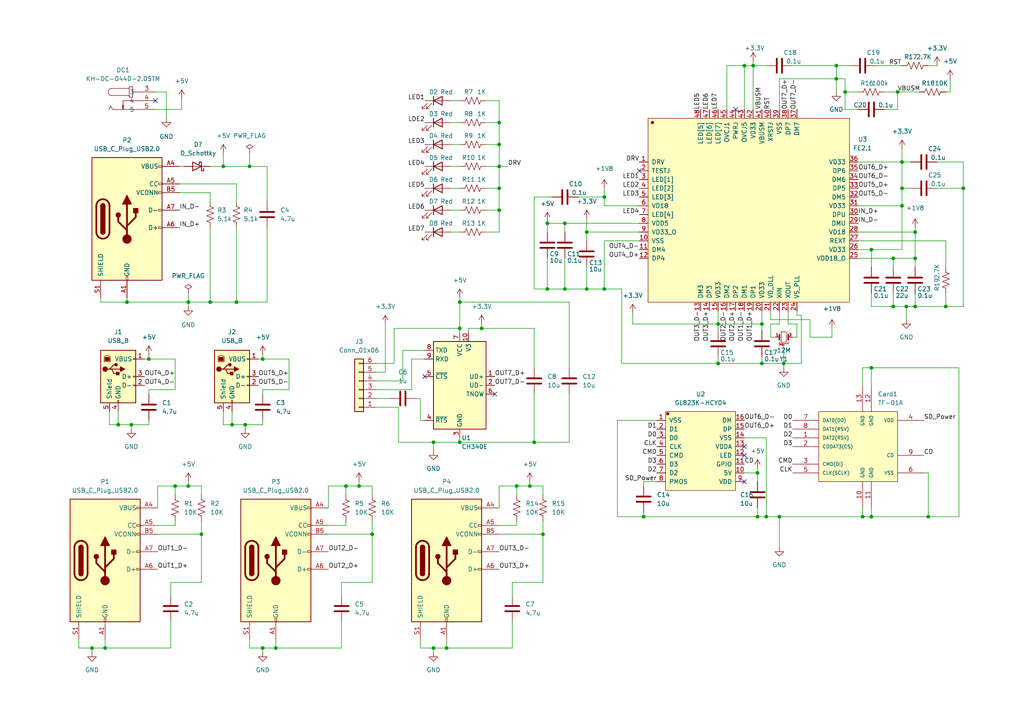
<source format=kicad_sch>
(kicad_sch (version 20211123) (generator eeschema)
  (paper "A4")
  (junction (at 125.73 187.96))
  (junction (at 261.62 46.99))
  (junction (at 175.26 57.15))
  (junction (at 30.48 187.96))
  (junction (at 104.14 140.97))
  (junction (at 265.43 74.93))
  (junction (at 274.32 88.9))
  (junction (at 76.2 104.14))
  (junction (at 100.33 140.97))
  (junction (at 226.06 149.86))
  (junction (at 170.18 83.82))
  (junction (at 252.73 106.68))
  (junction (at 265.43 67.31))
  (junction (at 50.8 140.97))
  (junction (at 259.08 88.9))
  (junction (at 219.71 149.86))
  (junction (at 163.83 64.77))
  (junction (at 133.35 128.27))
  (junction (at 261.62 54.61))
  (junction (at 157.48 154.94))
  (junction (at 60.96 87.63))
  (junction (at 54.61 140.97))
  (junction (at 38.1 123.19))
  (junction (at 153.67 140.97))
  (junction (at 154.94 128.27))
  (junction (at 67.31 123.19))
  (junction (at 26.67 187.96))
  (junction (at 259.08 74.93))
  (junction (at 219.71 137.16))
  (junction (at 252.73 72.39))
  (junction (at 158.75 83.82))
  (junction (at 218.44 19.05))
  (junction (at 34.29 123.19))
  (junction (at 215.9 19.05))
  (junction (at 242.57 22.86))
  (junction (at 279.4 54.61))
  (junction (at 144.78 60.96))
  (junction (at 144.78 35.56))
  (junction (at 58.42 154.94))
  (junction (at 80.01 187.96))
  (junction (at 208.28 105.41))
  (junction (at 262.89 88.9))
  (junction (at 133.35 95.25))
  (junction (at 107.95 154.94))
  (junction (at 72.39 48.26))
  (junction (at 220.98 105.41))
  (junction (at 260.35 26.67))
  (junction (at 144.78 41.91))
  (junction (at 71.12 123.19))
  (junction (at 250.19 149.86))
  (junction (at 43.18 104.14))
  (junction (at 149.86 140.97))
  (junction (at 222.25 149.86))
  (junction (at 227.33 105.41))
  (junction (at 269.24 149.86))
  (junction (at 36.83 87.63))
  (junction (at 261.62 59.69))
  (junction (at 252.73 149.86))
  (junction (at 54.61 87.63))
  (junction (at 186.69 149.86))
  (junction (at 208.28 93.98))
  (junction (at 144.78 54.61))
  (junction (at 76.2 187.96))
  (junction (at 170.18 67.31))
  (junction (at 175.26 83.82))
  (junction (at 245.11 26.67))
  (junction (at 129.54 187.96))
  (junction (at 125.73 128.27))
  (junction (at 68.58 87.63))
  (junction (at 64.77 48.26))
  (junction (at 139.7 95.25))
  (junction (at 144.78 48.26))
  (junction (at 163.83 83.82))
  (junction (at 242.57 19.05))
  (junction (at 133.35 87.63))
  (junction (at 158.75 64.77))
  (junction (at 220.98 93.98))
  (junction (at 265.43 88.9))
  (no_connect (at 215.9 129.54))
  (no_connect (at 123.19 109.22))
  (no_connect (at 143.51 114.3))
  (no_connect (at 215.9 132.08))
  (no_connect (at 185.42 49.53))
  (no_connect (at 45.085 29.21))
  (no_connect (at 215.9 139.7))
  (no_connect (at 213.36 31.75))
  (wire (pts (xy 265.43 66.04) (xy 265.43 67.31)))
  (wire (pts (xy 144.78 41.91) (xy 144.78 48.26)))
  (wire (pts (xy 26.67 189.23) (xy 26.67 187.96)))
  (wire (pts (xy 121.92 121.92) (xy 123.19 121.92)))
  (wire (pts (xy 29.21 87.63) (xy 36.83 87.63)))
  (wire (pts (xy 180.34 105.41) (xy 208.28 105.41)))
  (wire (pts (xy 29.21 86.36) (xy 29.21 87.63)))
  (wire (pts (xy 144.78 48.26) (xy 144.78 54.61)))
  (wire (pts (xy 116.84 101.6) (xy 123.19 101.6)))
  (wire (pts (xy 133.35 95.25) (xy 133.35 96.52)))
  (wire (pts (xy 50.8 152.4) (xy 45.72 152.4)))
  (wire (pts (xy 121.92 185.42) (xy 121.92 187.96)))
  (wire (pts (xy 144.78 60.96) (xy 144.78 67.31)))
  (wire (pts (xy 100.33 152.4) (xy 95.25 152.4)))
  (wire (pts (xy 274.32 85.09) (xy 274.32 88.9)))
  (wire (pts (xy 157.48 168.91) (xy 157.48 154.94)))
  (wire (pts (xy 76.2 102.87) (xy 76.2 104.14)))
  (wire (pts (xy 220.98 93.98) (xy 220.98 95.885)))
  (wire (pts (xy 144.78 154.94) (xy 157.48 154.94)))
  (wire (pts (xy 43.18 113.03) (xy 50.8 113.03)))
  (wire (pts (xy 140.97 41.91) (xy 144.78 41.91)))
  (wire (pts (xy 261.62 72.39) (xy 261.62 59.69)))
  (wire (pts (xy 83.82 104.14) (xy 76.2 104.14)))
  (wire (pts (xy 226.06 93.98) (xy 223.52 93.98)))
  (wire (pts (xy 109.22 115.57) (xy 113.03 115.57)))
  (wire (pts (xy 115.57 118.11) (xy 115.57 128.27)))
  (wire (pts (xy 154.94 83.82) (xy 158.75 83.82)))
  (wire (pts (xy 50.8 104.14) (xy 43.18 104.14)))
  (wire (pts (xy 186.69 149.86) (xy 219.71 149.86)))
  (wire (pts (xy 49.53 168.91) (xy 58.42 168.91)))
  (wire (pts (xy 144.78 54.61) (xy 144.78 60.96)))
  (wire (pts (xy 163.83 83.82) (xy 170.18 83.82)))
  (wire (pts (xy 241.3 97.79) (xy 241.3 95.25)))
  (wire (pts (xy 144.78 29.21) (xy 144.78 35.56)))
  (wire (pts (xy 154.94 128.27) (xy 165.1 128.27)))
  (wire (pts (xy 68.58 53.34) (xy 68.58 58.42)))
  (wire (pts (xy 52.07 48.26) (xy 53.34 48.26)))
  (wire (pts (xy 22.86 187.96) (xy 26.67 187.96)))
  (wire (pts (xy 49.53 172.72) (xy 49.53 168.91)))
  (wire (pts (xy 252.73 72.39) (xy 261.62 72.39)))
  (wire (pts (xy 54.61 85.09) (xy 54.61 87.63)))
  (wire (pts (xy 210.82 19.05) (xy 215.9 19.05)))
  (wire (pts (xy 76.2 189.23) (xy 76.2 187.96)))
  (wire (pts (xy 190.5 139.7) (xy 186.69 139.7)))
  (wire (pts (xy 45.72 140.97) (xy 50.8 140.97)))
  (wire (pts (xy 144.78 48.26) (xy 147.32 48.26)))
  (wire (pts (xy 208.28 93.98) (xy 208.28 95.885)))
  (wire (pts (xy 163.83 67.31) (xy 163.83 64.77)))
  (wire (pts (xy 170.18 67.31) (xy 170.18 69.85)))
  (wire (pts (xy 50.8 113.03) (xy 50.8 104.14)))
  (wire (pts (xy 34.29 123.19) (xy 38.1 123.19)))
  (wire (pts (xy 278.13 106.68) (xy 278.13 149.86)))
  (wire (pts (xy 245.11 31.75) (xy 245.11 26.67)))
  (wire (pts (xy 95.25 140.97) (xy 100.33 140.97)))
  (wire (pts (xy 265.43 77.47) (xy 265.43 74.93)))
  (wire (pts (xy 259.08 85.09) (xy 259.08 88.9)))
  (wire (pts (xy 170.18 77.47) (xy 170.18 83.82)))
  (wire (pts (xy 68.58 66.04) (xy 68.58 87.63)))
  (wire (pts (xy 252.73 88.9) (xy 259.08 88.9)))
  (wire (pts (xy 58.42 154.94) (xy 58.42 151.13)))
  (wire (pts (xy 256.54 31.75) (xy 260.35 31.75)))
  (wire (pts (xy 261.62 54.61) (xy 261.62 59.69)))
  (wire (pts (xy 34.29 119.38) (xy 34.29 123.19)))
  (wire (pts (xy 208.28 103.505) (xy 208.28 105.41)))
  (wire (pts (xy 36.83 86.36) (xy 36.83 87.63)))
  (wire (pts (xy 125.73 128.27) (xy 125.73 130.81)))
  (wire (pts (xy 256.54 26.67) (xy 260.35 26.67)))
  (wire (pts (xy 271.78 46.99) (xy 279.4 46.99)))
  (wire (pts (xy 121.92 187.96) (xy 125.73 187.96)))
  (wire (pts (xy 252.73 85.09) (xy 252.73 88.9)))
  (wire (pts (xy 228.6 90.17) (xy 228.6 93.98)))
  (wire (pts (xy 180.34 83.82) (xy 175.26 83.82)))
  (wire (pts (xy 186.69 148.59) (xy 186.69 149.86)))
  (wire (pts (xy 99.06 168.91) (xy 107.95 168.91)))
  (wire (pts (xy 248.92 74.93) (xy 259.08 74.93)))
  (wire (pts (xy 163.83 74.93) (xy 163.83 83.82)))
  (wire (pts (xy 248.92 69.85) (xy 274.32 69.85)))
  (wire (pts (xy 254 19.05) (xy 261.62 19.05)))
  (wire (pts (xy 149.86 140.97) (xy 153.67 140.97)))
  (wire (pts (xy 115.57 128.27) (xy 125.73 128.27)))
  (wire (pts (xy 275.59 22.86) (xy 275.59 26.67)))
  (wire (pts (xy 259.08 74.93) (xy 259.08 77.47)))
  (wire (pts (xy 72.39 187.96) (xy 76.2 187.96)))
  (wire (pts (xy 125.73 187.96) (xy 129.54 187.96)))
  (wire (pts (xy 179.07 149.86) (xy 179.07 121.92)))
  (wire (pts (xy 76.2 123.19) (xy 71.12 123.19)))
  (wire (pts (xy 45.085 26.67) (xy 48.26 26.67)))
  (wire (pts (xy 185.42 69.85) (xy 175.26 69.85)))
  (wire (pts (xy 226.06 149.86) (xy 226.06 158.75)))
  (wire (pts (xy 223.52 92.71) (xy 234.95 92.71)))
  (wire (pts (xy 157.48 143.51) (xy 157.48 140.97)))
  (wire (pts (xy 60.96 87.63) (xy 68.58 87.63)))
  (wire (pts (xy 140.97 35.56) (xy 144.78 35.56)))
  (wire (pts (xy 265.43 74.93) (xy 265.43 67.31)))
  (wire (pts (xy 248.92 59.69) (xy 261.62 59.69)))
  (wire (pts (xy 250.19 149.86) (xy 226.06 149.86)))
  (wire (pts (xy 262.89 88.9) (xy 262.89 92.71)))
  (wire (pts (xy 111.76 107.95) (xy 109.22 107.95)))
  (wire (pts (xy 130.81 29.21) (xy 133.35 29.21)))
  (wire (pts (xy 245.11 26.67) (xy 245.11 22.86)))
  (wire (pts (xy 158.75 64.77) (xy 158.75 67.31)))
  (wire (pts (xy 234.95 92.71) (xy 234.95 97.79)))
  (wire (pts (xy 72.39 185.42) (xy 72.39 187.96)))
  (wire (pts (xy 109.22 110.49) (xy 116.84 110.49)))
  (wire (pts (xy 52.07 53.34) (xy 68.58 53.34)))
  (wire (pts (xy 269.24 19.05) (xy 271.78 19.05)))
  (wire (pts (xy 149.86 151.13) (xy 149.86 152.4)))
  (wire (pts (xy 210.82 31.75) (xy 210.82 19.05)))
  (wire (pts (xy 248.92 72.39) (xy 252.73 72.39)))
  (wire (pts (xy 30.48 187.96) (xy 30.48 185.42)))
  (wire (pts (xy 64.77 44.45) (xy 64.77 48.26)))
  (wire (pts (xy 43.18 104.14) (xy 41.91 104.14)))
  (wire (pts (xy 158.75 74.93) (xy 158.75 83.82)))
  (wire (pts (xy 231.14 90.17) (xy 231.14 91.44)))
  (wire (pts (xy 99.06 180.34) (xy 99.06 187.96)))
  (wire (pts (xy 71.12 123.19) (xy 71.12 124.46)))
  (wire (pts (xy 77.47 48.26) (xy 77.47 58.42)))
  (wire (pts (xy 148.59 180.34) (xy 148.59 187.96)))
  (wire (pts (xy 158.75 64.135) (xy 158.75 64.77)))
  (wire (pts (xy 220.98 90.17) (xy 220.98 93.98)))
  (wire (pts (xy 250.19 147.32) (xy 250.19 149.86)))
  (wire (pts (xy 148.59 172.72) (xy 148.59 168.91)))
  (wire (pts (xy 60.96 55.88) (xy 60.96 58.42)))
  (wire (pts (xy 154.94 57.15) (xy 154.94 83.82)))
  (wire (pts (xy 165.1 106.68) (xy 165.1 87.63)))
  (wire (pts (xy 175.26 69.85) (xy 175.26 83.82)))
  (wire (pts (xy 119.38 113.03) (xy 119.38 104.14)))
  (wire (pts (xy 219.71 135.89) (xy 219.71 137.16)))
  (wire (pts (xy 175.26 57.15) (xy 175.26 59.69)))
  (wire (pts (xy 252.73 106.68) (xy 278.13 106.68)))
  (wire (pts (xy 245.11 22.86) (xy 242.57 22.86)))
  (wire (pts (xy 125.73 189.23) (xy 125.73 187.96)))
  (wire (pts (xy 274.32 88.9) (xy 279.4 88.9)))
  (wire (pts (xy 49.53 187.96) (xy 30.48 187.96)))
  (wire (pts (xy 185.42 67.31) (xy 170.18 67.31)))
  (wire (pts (xy 130.81 35.56) (xy 133.35 35.56)))
  (wire (pts (xy 154.94 95.25) (xy 154.94 106.68)))
  (wire (pts (xy 269.24 149.86) (xy 252.73 149.86)))
  (wire (pts (xy 58.42 143.51) (xy 58.42 140.97)))
  (wire (pts (xy 100.33 140.97) (xy 100.33 143.51)))
  (wire (pts (xy 218.44 19.05) (xy 218.44 31.75)))
  (wire (pts (xy 260.35 31.75) (xy 260.35 26.67)))
  (wire (pts (xy 130.81 60.96) (xy 133.35 60.96)))
  (wire (pts (xy 129.54 187.96) (xy 129.54 185.42)))
  (wire (pts (xy 52.705 31.75) (xy 45.085 31.75)))
  (wire (pts (xy 261.62 43.18) (xy 261.62 46.99)))
  (wire (pts (xy 265.43 88.9) (xy 262.89 88.9)))
  (wire (pts (xy 179.07 121.92) (xy 190.5 121.92)))
  (wire (pts (xy 154.94 128.27) (xy 154.94 114.3)))
  (wire (pts (xy 107.95 154.94) (xy 107.95 151.13)))
  (wire (pts (xy 153.67 140.97) (xy 153.67 139.7)))
  (wire (pts (xy 133.35 128.27) (xy 154.94 128.27)))
  (wire (pts (xy 157.48 140.97) (xy 153.67 140.97)))
  (wire (pts (xy 43.18 102.87) (xy 43.18 104.14)))
  (wire (pts (xy 261.62 54.61) (xy 264.16 54.61)))
  (wire (pts (xy 252.73 72.39) (xy 252.73 77.47)))
  (wire (pts (xy 54.61 87.63) (xy 54.61 88.9)))
  (wire (pts (xy 76.2 104.14) (xy 74.93 104.14)))
  (wire (pts (xy 135.89 95.25) (xy 135.89 96.52)))
  (wire (pts (xy 218.44 17.78) (xy 218.44 19.05)))
  (wire (pts (xy 252.73 106.68) (xy 252.73 111.76)))
  (wire (pts (xy 72.39 48.26) (xy 77.47 48.26)))
  (wire (pts (xy 231.14 93.98) (xy 231.14 97.79)))
  (wire (pts (xy 43.18 123.19) (xy 38.1 123.19)))
  (wire (pts (xy 76.2 187.96) (xy 80.01 187.96)))
  (wire (pts (xy 234.95 97.79) (xy 241.3 97.79)))
  (wire (pts (xy 219.71 137.16) (xy 219.71 139.7)))
  (wire (pts (xy 83.82 113.03) (xy 83.82 104.14)))
  (wire (pts (xy 259.08 88.9) (xy 262.89 88.9)))
  (wire (pts (xy 231.14 97.79) (xy 229.87 97.79)))
  (wire (pts (xy 179.07 149.86) (xy 186.69 149.86)))
  (wire (pts (xy 160.02 57.15) (xy 154.94 57.15)))
  (wire (pts (xy 99.06 172.72) (xy 99.06 168.91)))
  (wire (pts (xy 140.97 60.96) (xy 144.78 60.96)))
  (wire (pts (xy 72.39 44.45) (xy 72.39 48.26)))
  (wire (pts (xy 175.26 54.61) (xy 175.26 57.15)))
  (wire (pts (xy 186.69 139.7) (xy 186.69 140.97)))
  (wire (pts (xy 223.52 93.98) (xy 223.52 97.79)))
  (wire (pts (xy 229.87 19.05) (xy 242.57 19.05)))
  (wire (pts (xy 183.515 90.805) (xy 183.515 93.98)))
  (wire (pts (xy 77.47 66.04) (xy 77.47 87.63)))
  (wire (pts (xy 163.83 64.77) (xy 158.75 64.77)))
  (wire (pts (xy 250.19 106.68) (xy 252.73 106.68)))
  (wire (pts (xy 139.7 95.25) (xy 154.94 95.25)))
  (wire (pts (xy 68.58 87.63) (xy 77.47 87.63)))
  (wire (pts (xy 133.35 127) (xy 133.35 128.27)))
  (wire (pts (xy 22.86 185.42) (xy 22.86 187.96)))
  (wire (pts (xy 163.83 64.77) (xy 185.42 64.77)))
  (wire (pts (xy 223.52 90.17) (xy 223.52 92.71)))
  (wire (pts (xy 227.33 105.41) (xy 227.33 106.68)))
  (wire (pts (xy 133.35 86.36) (xy 133.35 87.63)))
  (wire (pts (xy 64.77 48.26) (xy 72.39 48.26)))
  (wire (pts (xy 31.75 119.38) (xy 31.75 123.19)))
  (wire (pts (xy 218.44 19.05) (xy 222.25 19.05)))
  (wire (pts (xy 125.73 128.27) (xy 133.35 128.27)))
  (wire (pts (xy 148.59 168.91) (xy 157.48 168.91)))
  (wire (pts (xy 130.81 54.61) (xy 133.35 54.61)))
  (wire (pts (xy 248.92 31.75) (xy 245.11 31.75)))
  (wire (pts (xy 67.31 119.38) (xy 67.31 123.19)))
  (wire (pts (xy 139.7 95.25) (xy 135.89 95.25)))
  (wire (pts (xy 116.84 110.49) (xy 116.84 101.6)))
  (wire (pts (xy 245.11 26.67) (xy 248.92 26.67)))
  (wire (pts (xy 133.35 87.63) (xy 133.35 95.25)))
  (wire (pts (xy 228.6 93.98) (xy 231.14 93.98)))
  (wire (pts (xy 36.83 87.63) (xy 54.61 87.63)))
  (wire (pts (xy 279.4 54.61) (xy 279.4 88.9)))
  (wire (pts (xy 279.4 46.99) (xy 279.4 54.61)))
  (wire (pts (xy 248.92 67.31) (xy 265.43 67.31)))
  (wire (pts (xy 60.96 48.26) (xy 64.77 48.26)))
  (wire (pts (xy 252.73 149.86) (xy 250.19 149.86)))
  (wire (pts (xy 208.28 93.98) (xy 220.98 93.98)))
  (wire (pts (xy 109.22 113.03) (xy 119.38 113.03)))
  (wire (pts (xy 180.34 83.82) (xy 180.34 105.41)))
  (wire (pts (xy 45.72 154.94) (xy 58.42 154.94)))
  (wire (pts (xy 107.95 140.97) (xy 104.14 140.97)))
  (wire (pts (xy 133.35 87.63) (xy 165.1 87.63)))
  (wire (pts (xy 219.71 147.32) (xy 219.71 149.86)))
  (wire (pts (xy 144.78 35.56) (xy 144.78 41.91)))
  (wire (pts (xy 274.32 69.85) (xy 274.32 77.47)))
  (wire (pts (xy 226.06 22.86) (xy 242.57 22.86)))
  (wire (pts (xy 139.7 93.98) (xy 139.7 95.25)))
  (wire (pts (xy 60.96 66.04) (xy 60.96 87.63)))
  (wire (pts (xy 226.06 90.17) (xy 226.06 93.98)))
  (wire (pts (xy 114.3 105.41) (xy 109.22 105.41)))
  (wire (pts (xy 107.95 168.91) (xy 107.95 154.94)))
  (wire (pts (xy 130.81 48.26) (xy 133.35 48.26)))
  (wire (pts (xy 248.92 46.99) (xy 261.62 46.99)))
  (wire (pts (xy 107.95 143.51) (xy 107.95 140.97)))
  (wire (pts (xy 215.9 127) (xy 222.25 127)))
  (wire (pts (xy 130.81 41.91) (xy 133.35 41.91)))
  (wire (pts (xy 250.19 111.76) (xy 250.19 106.68)))
  (wire (pts (xy 130.81 67.31) (xy 133.35 67.31)))
  (wire (pts (xy 215.9 19.05) (xy 218.44 19.05)))
  (wire (pts (xy 220.98 105.41) (xy 227.33 105.41)))
  (wire (pts (xy 261.62 46.99) (xy 264.16 46.99)))
  (wire (pts (xy 278.13 149.86) (xy 269.24 149.86)))
  (wire (pts (xy 99.06 187.96) (xy 80.01 187.96)))
  (wire (pts (xy 261.62 46.99) (xy 261.62 54.61)))
  (wire (pts (xy 64.77 119.38) (xy 64.77 123.19)))
  (wire (pts (xy 222.25 127) (xy 222.25 149.86)))
  (wire (pts (xy 50.8 140.97) (xy 54.61 140.97)))
  (wire (pts (xy 121.92 115.57) (xy 121.92 121.92)))
  (wire (pts (xy 43.18 121.92) (xy 43.18 123.19)))
  (wire (pts (xy 158.75 83.82) (xy 163.83 83.82)))
  (wire (pts (xy 114.3 95.25) (xy 114.3 105.41)))
  (wire (pts (xy 170.18 83.82) (xy 175.26 83.82)))
  (wire (pts (xy 165.1 114.3) (xy 165.1 128.27)))
  (wire (pts (xy 232.41 91.44) (xy 232.41 105.41)))
  (wire (pts (xy 95.25 147.32) (xy 95.25 140.97)))
  (wire (pts (xy 144.78 67.31) (xy 140.97 67.31)))
  (wire (pts (xy 208.28 105.41) (xy 220.98 105.41)))
  (wire (pts (xy 208.28 90.17) (xy 208.28 93.98)))
  (wire (pts (xy 111.76 93.98) (xy 111.76 107.95)))
  (wire (pts (xy 48.26 26.67) (xy 48.26 34.29)))
  (wire (pts (xy 45.72 147.32) (xy 45.72 140.97)))
  (wire (pts (xy 104.14 140.97) (xy 104.14 139.7)))
  (wire (pts (xy 54.61 87.63) (xy 60.96 87.63)))
  (wire (pts (xy 133.35 95.25) (xy 114.3 95.25)))
  (wire (pts (xy 95.25 154.94) (xy 107.95 154.94)))
  (wire (pts (xy 58.42 140.97) (xy 54.61 140.97)))
  (wire (pts (xy 58.42 168.91) (xy 58.42 154.94)))
  (wire (pts (xy 223.52 97.79) (xy 224.79 97.79)))
  (wire (pts (xy 109.22 118.11) (xy 115.57 118.11)))
  (wire (pts (xy 208.28 93.98) (xy 183.515 93.98)))
  (wire (pts (xy 76.2 114.3) (xy 76.2 113.03)))
  (wire (pts (xy 222.25 149.86) (xy 226.06 149.86)))
  (wire (pts (xy 227.33 100.33) (xy 227.33 105.41)))
  (wire (pts (xy 275.59 26.67) (xy 274.32 26.67)))
  (wire (pts (xy 170.18 63.5) (xy 170.18 67.31)))
  (wire (pts (xy 140.97 54.61) (xy 144.78 54.61)))
  (wire (pts (xy 80.01 187.96) (xy 80.01 185.42)))
  (wire (pts (xy 260.35 26.67) (xy 266.7 26.67)))
  (wire (pts (xy 144.78 140.97) (xy 149.86 140.97)))
  (wire (pts (xy 50.8 151.13) (xy 50.8 152.4)))
  (wire (pts (xy 271.78 54.61) (xy 279.4 54.61)))
  (wire (pts (xy 76.2 121.92) (xy 76.2 123.19)))
  (wire (pts (xy 252.73 147.32) (xy 252.73 149.86)))
  (wire (pts (xy 220.98 103.505) (xy 220.98 105.41)))
  (wire (pts (xy 50.8 140.97) (xy 50.8 143.51)))
  (wire (pts (xy 215.9 31.75) (xy 215.9 19.05)))
  (wire (pts (xy 120.65 115.57) (xy 121.92 115.57)))
  (wire (pts (xy 265.43 88.9) (xy 274.32 88.9)))
  (wire (pts (xy 144.78 147.32) (xy 144.78 140.97)))
  (wire (pts (xy 31.75 123.19) (xy 34.29 123.19)))
  (wire (pts (xy 148.59 187.96) (xy 129.54 187.96)))
  (wire (pts (xy 242.57 22.86) (xy 242.57 26.67)))
  (wire (pts (xy 149.86 152.4) (xy 144.78 152.4)))
  (wire (pts (xy 54.61 140.97) (xy 54.61 139.7)))
  (wire (pts (xy 52.07 55.88) (xy 60.96 55.88)))
  (wire (pts (xy 215.9 137.16) (xy 219.71 137.16)))
  (wire (pts (xy 242.57 19.05) (xy 242.57 22.86)))
  (wire (pts (xy 175.26 59.69) (xy 185.42 59.69)))
  (wire (pts (xy 265.43 85.09) (xy 265.43 88.9)))
  (wire (pts (xy 26.67 187.96) (xy 30.48 187.96)))
  (wire (pts (xy 231.14 91.44) (xy 232.41 91.44)))
  (wire (pts (xy 49.53 180.34) (xy 49.53 187.96)))
  (wire (pts (xy 232.41 105.41) (xy 227.33 105.41)))
  (wire (pts (xy 149.86 140.97) (xy 149.86 143.51)))
  (wire (pts (xy 67.31 123.19) (xy 71.12 123.19)))
  (wire (pts (xy 259.08 74.93) (xy 265.43 74.93)))
  (wire (pts (xy 38.1 123.19) (xy 38.1 124.46)))
  (wire (pts (xy 76.2 113.03) (xy 83.82 113.03)))
  (wire (pts (xy 140.97 29.21) (xy 144.78 29.21)))
  (wire (pts (xy 226.06 22.86) (xy 226.06 31.75)))
  (wire (pts (xy 140.97 48.26) (xy 144.78 48.26)))
  (wire (pts (xy 43.18 114.3) (xy 43.18 113.03)))
  (wire (pts (xy 219.71 149.86) (xy 222.25 149.86)))
  (wire (pts (xy 100.33 151.13) (xy 100.33 152.4)))
  (wire (pts (xy 119.38 104.14) (xy 123.19 104.14)))
  (wire (pts (xy 269.24 137.16) (xy 269.24 149.86)))
  (wire (pts (xy 242.57 19.05) (xy 246.38 19.05)))
  (wire (pts (xy 167.64 57.15) (xy 175.26 57.15)))
  (wire (pts (xy 100.33 140.97) (xy 104.14 140.97)))
  (wire (pts (xy 157.48 154.94) (xy 157.48 151.13)))
  (wire (pts (xy 52.705 28.575) (xy 52.705 31.75)))
  (wire (pts (xy 267.97 137.16) (xy 269.24 137.16)))
  (wire (pts (xy 64.77 123.19) (xy 67.31 123.19)))
  (label "OUT3_D-" (at 203.2 90.17 270))
  (label "OUT6_D-" (at 215.9 121.92 0))
  (label "CD" (at 267.97 132.08 0))
  (label "LED3" (at 185.42 57.15 180))
  (label "OUT4_D-" (at 185.42 72.39 180))
  (label "OUT1_D-" (at 215.9 90.17 270))
  (label "OUT6_D+" (at 215.9 124.46 0))
  (label "OUT3_D+" (at 205.74 90.17 270))
  (label "LED4" (at 185.42 62.23 180))
  (label "D1" (at 190.5 124.46 180))
  (label "OUT4_D+" (at 41.91 109.22 0))
  (label "LED7" (at 123.19 67.31 180))
  (label "DRV" (at 185.42 46.99 180))
  (label "CD" (at 215.9 134.62 0))
  (label "OUT4_D+" (at 185.42 74.93 180))
  (label "OUT7_D-" (at 231.14 31.75 90))
  (label "LED1" (at 123.19 29.21 180))
  (label "LED1" (at 185.42 52.07 180))
  (label "CMD" (at 229.87 134.62 180))
  (label "OUT1_D+" (at 45.72 165.1 0))
  (label "OUT2_D+" (at 213.36 90.17 270))
  (label "OUT5_D-" (at 74.93 111.76 0))
  (label "OUT6_D+" (at 248.92 49.53 0))
  (label "LED5" (at 123.19 54.61 180))
  (label "LED5" (at 203.2 31.75 90))
  (label "OUT1_D+" (at 218.44 90.17 270))
  (label "OUT7_D+" (at 228.6 31.75 90))
  (label "D3" (at 229.87 129.54 180))
  (label "IN_D-" (at 52.07 60.96 0))
  (label "IN_D-" (at 248.92 64.77 0))
  (label "LED6" (at 205.74 31.75 90))
  (label "OUT6_D-" (at 248.92 52.07 0))
  (label "IN_D+" (at 52.07 66.04 0))
  (label "OUT2_D+" (at 95.25 165.1 0))
  (label "DRV" (at 147.32 48.26 0))
  (label "IN_D+" (at 248.92 62.23 0))
  (label "CLK" (at 229.87 137.16 180))
  (label "D0" (at 190.5 127 180))
  (label "OUT5_D+" (at 74.93 109.22 0))
  (label "LED3" (at 123.19 41.91 180))
  (label "D2" (at 190.5 137.16 180))
  (label "CMD" (at 190.5 132.08 180))
  (label "LED2" (at 185.42 54.61 180))
  (label "OUT2_D-" (at 210.82 90.17 270))
  (label "LED7" (at 208.28 31.75 90))
  (label "D3" (at 190.5 134.62 180))
  (label "OUT5_D+" (at 248.92 54.61 0))
  (label "RST" (at 223.52 31.75 90))
  (label "OUT4_D-" (at 41.91 111.76 0))
  (label "LDE2" (at 123.19 35.56 180))
  (label "OUT3_D+" (at 144.78 165.1 0))
  (label "LED6" (at 123.19 60.96 180))
  (label "RST" (at 257.81 19.05 0))
  (label "OUT3_D-" (at 144.78 160.02 0))
  (label "OUT5_D-" (at 248.92 57.15 0))
  (label "OUT7_D+" (at 143.51 109.22 0))
  (label "SD_Power" (at 190.5 139.7 180))
  (label "OUT2_D-" (at 95.25 160.02 0))
  (label "D1" (at 229.87 124.46 180))
  (label "D0" (at 229.87 121.92 180))
  (label "LED4" (at 123.19 48.26 180))
  (label "D2" (at 229.87 127 180))
  (label "SD_Power" (at 267.97 121.92 0))
  (label "OUT1_D-" (at 45.72 160.02 0))
  (label "OUT7_D-" (at 143.51 111.76 0))
  (label "CLK" (at 190.5 129.54 180))
  (label "VBUSM" (at 220.98 31.75 90))
  (label "VBUSM" (at 260.35 26.67 0))
  (symbol (lib_id "1CommonUse:C0805") (at 259.08 81.28 0) (unit 1)
    (property "Reference" "C22" (at 259.715 83.82 0) (effects (justify left)))
    (property "Value" "22u" (at 259.715 85.725 0) (effects (justify left)))
    (property "Footprint" "Capacitor_SMD:C_0805_2012Metric" (effects hide))
  )
  (symbol (lib_id "1CommonUse:C0805") (at 163.83 57.15 90) (unit 1)
    (property "Reference" "C10" (at 168.91 53.34 90) (effects (justify left)))
    (property "Value" "0.1u" (at 170.18 55.88 90) (effects (justify left)))
    (property "Footprint" "Capacitor_SMD:C_0805_2012Metric" (effects hide))
  )
  (symbol (lib_id "1CommonUse:LED0805") (at 127 67.31 0) (unit 1)
    (property "Reference" "D8" (at 125.73 64.77 0))
    (property "Value" "Red" (at 129.54 64.77 0))
    (property "Footprint" "LED_SMD:LED_0805_2012Metric" (effects hide))
  )
  (symbol (lib_id "power:GND") (at 125.73 189.23 0) (unit 1)
    (property "Reference" "#PWR015" (effects hide))
    (property "Value" "GND" (at 125.73 194.31 0))
  )
  (symbol (lib_id "power:+5V") (at 275.59 22.86 0) (unit 1)
    (property "Reference" "#PWR033" (effects hide))
    (property "Value" "+5V" (at 275.59 17.78 0))
  )
  (symbol (lib_id "power:GND") (at 76.2 189.23 0) (unit 1)
    (property "Reference" "#PWR011" (effects hide))
    (property "Value" "GND" (at 76.2 194.31 0))
  )
  (symbol (lib_id "1CommonUse:R0805") (at 137.16 60.96 270) (unit 1)
    (property "Reference" "R12" (at 135.89 58.42 90))
    (property "Value" "1K" (at 139.7 58.42 90))
    (property "Footprint" "Resistor_SMD:R_0805_2012Metric" (effects hide))
  )
  (symbol (lib_id "power:+3.3V") (at 261.62 43.18 0) (unit 1)
    (property "Reference" "#PWR029" (effects hide))
    (property "Value" "+3.3V" (at 261.62 38.1 0))
  )
  (symbol (lib_id "1CommonUse:C0805") (at 148.59 176.53 0) (unit 1)
    (property "Reference" "C7" (at 152.4 175.2599 0) (effects (justify left)))
    (property "Value" "4.7u" (at 152.4 177.7999 0) (effects (justify left)))
    (property "Footprint" "Capacitor_SMD:C_0805_2012Metric" (effects hide))
  )
  (symbol (lib_id "1CommonUse:LED0805") (at 127 29.21 0) (unit 1)
    (property "Reference" "D2" (at 125.73 26.67 0))
    (property "Value" "Red" (at 129.54 26.67 0))
    (property "Footprint" "LED_SMD:LED_0805_2012Metric" (effects hide))
  )
  (symbol (lib_id "power:+5V") (at 153.67 139.7 0) (unit 1)
    (property "Reference" "#PWR018" (effects hide))
    (property "Value" "+5V" (at 153.67 134.62 0))
  )
  (symbol (lib_id "power:GND") (at 38.1 124.46 0) (unit 1)
    (property "Reference" "#PWR02" (effects hide))
    (property "Value" "GND" (at 38.1 129.54 0))
  )
  (symbol (lib_id "power:+5V") (at 64.77 44.45 0) (unit 1)
    (property "Reference" "#PWR08" (effects hide))
    (property "Value" "+5V" (at 64.77 39.37 0))
  )
  (symbol (lib_id "Device:D_Schottky") (at 57.15 48.26 180) (unit 1)
    (property "Reference" "D?" (at 57.4675 41.91 0))
    (property "Value" "D_Schottky" (at 57.4675 44.45 0))
    (property "Footprint" "Diode_SMD:D_SMA" (effects hide))
  )
  (symbol (lib_id "1CommonUse:C0805") (at 252.73 81.28 0) (unit 1)
    (property "Reference" "C21" (at 253.365 83.82 0) (effects (justify left)))
    (property "Value" "0.1u" (at 253.365 85.725 0) (effects (justify left)))
    (property "Footprint" "Capacitor_SMD:C_0805_2012Metric" (effects hide))
  )
  (symbol (lib_id "FE2.1:FE2.1") (at 218.44 59.69 0) (unit 1)
    (property "Reference" "U3" (at 250.19 40.4112 0))
    (property "Value" "FE2.1" (at 250.19 42.9512 0))
    (property "Footprint" "Package_QFP:LQFP-48_7x7mm_P0.5mm" (effects hide))
    (property "Datasheet" "http://www.szlcsc.com/product/details_40676.html" (effects hide))
    (property "SuppliersPartNumber" "C39693" (effects hide))
    (property "uuid" "std:5b443e5400068569cc498133079dceab" (effects hide))
  )
  (symbol (lib_id "1CommonUse:C0805") (at 265.43 81.28 0) (unit 1)
    (property "Reference" "C23" (at 266.065 83.82 0) (effects (justify left)))
    (property "Value" "0.1u" (at 266.065 85.725 0) (effects (justify left)))
    (property "Footprint" "Capacitor_SMD:C_0805_2012Metric" (effects hide))
  )
  (symbol (lib_id "1CommonUse:LED0805") (at 127 60.96 0) (unit 1)
    (property "Reference" "D7" (at 125.73 58.42 0))
    (property "Value" "Red" (at 129.54 58.42 0))
    (property "Footprint" "LED_SMD:LED_0805_2012Metric" (effects hide))
  )
  (symbol (lib_id "1CommonUse:C0805") (at 99.06 176.53 0) (unit 1)
    (property "Reference" "C5" (at 102.87 175.2599 0) (effects (justify left)))
    (property "Value" "4.7u" (at 102.87 177.7999 0) (effects (justify left)))
    (property "Footprint" "Capacitor_SMD:C_0805_2012Metric" (effects hide))
  )
  (symbol (lib_id "Interface_USB:CH340E") (at 133.35 111.76 0) (mirror y) (unit 1)
    (property "Reference" "U1" (at 133.8706 127 0) (effects (justify right)))
    (property "Value" "CH340E" (at 133.8706 129.54 0) (effects (justify right)))
    (property "Footprint" "Package_SO:MSOP-10_3x3mm_P0.5mm" (effects hide))
    (property "Datasheet" "https://www.mpja.com/download/35227cpdata.pdf" (effects hide))
  )
  (symbol (lib_id "1CommonUse:R0805") (at 68.58 62.23 0) (unit 1)
    (property "Reference" "R4" (at 70.612 60.9599 0) (effects (justify left)))
    (property "Value" "5.1k" (at 70.612 63.4999 0) (effects (justify left)))
    (property "Footprint" "Resistor_SMD:R_0805_2012Metric" (effects hide))
  )
  (symbol (lib_id "DC 5.5mm 2.5mm:KH-DC-044D-2.0STM") (at 37.465 29.21 0) (unit 1)
    (property "Reference" "DC1" (at 35.687 20.32 0))
    (property "Value" "KH-DC-044D-2.0STM" (at 35.687 22.86 0))
    (property "Footprint" "Footprint:DC-IN-TH_KH-DC-044D-2.0STM" (effects hide))
    (property "SuppliersPartNumber" "C2847199" (effects hide))
    (property "uuid" "std:1fffb8322a8c409c87c147f92cf62b21" (effects hide))
  )
  (symbol (lib_id "Connector_Generic:Conn_01x06") (at 104.14 113.03 180) (unit 1)
    (property "Reference" "J3" (at 104.14 99.06 0))
    (property "Value" "Conn_01x06" (at 104.14 101.6 0))
  )
  (symbol (lib_id "1CommonUse:C0805") (at 186.69 144.78 0) (unit 1)
    (property "Reference" "C14" (at 190.5 143.5099 0) (effects (justify left)))
    (property "Value" "10u" (at 190.5 146.0499 0) (effects (justify left)))
    (property "Footprint" "Capacitor_SMD:C_0805_2012Metric" (effects hide))
  )
  (symbol (lib_id "power:GND") (at 262.89 92.71 0) (unit 1)
    (property "Reference" "#PWR030" (effects hide))
    (property "Value" "GND" (at 262.89 97.79 0))
  )
  (symbol (lib_id "SDCard:TF-01A") (at 248.92 129.54 0) (unit 1)
    (property "Reference" "Card1" (at 254.5957 114.3 0) (effects (justify left)))
    (property "Value" "TF-01A" (at 254.5957 116.84 0) (effects (justify left)))
    (property "Footprint" "Footprint:TF-SMD_TF-01A" (effects hide))
    (property "Datasheet" "http://www.szlcsc.com/product/details_92334.html" (effects hide))
    (property "SuppliersPartNumber" "C91145" (effects hide))
  )
  (symbol (lib_id "1CommonUse:R0805") (at 270.51 26.67 270) (unit 1)
    (property "Reference" "R18" (at 269.24 24.13 90))
    (property "Value" "10K" (at 273.05 24.13 90))
    (property "Footprint" "Resistor_SMD:R_0805_2012Metric" (effects hide))
  )
  (symbol (lib_id "power:+5V") (at 76.2 102.87 0) (unit 1)
    (property "Reference" "#PWR010" (effects hide))
    (property "Value" "+5V" (at 76.2 97.79 0))
  )
  (symbol (lib_id "1CommonUse:R0805") (at 107.95 147.32 0) (unit 1)
    (property "Reference" "R6" (at 110.49 146.0499 0) (effects (justify left)))
    (property "Value" "10K" (at 110.49 148.5899 0) (effects (justify left)))
    (property "Footprint" "Resistor_SMD:R_0805_2012Metric" (effects hide))
  )
  (symbol (lib_id "1CommonUse:LED0805") (at 127 54.61 0) (unit 1)
    (property "Reference" "D6" (at 125.73 52.07 0))
    (property "Value" "Red" (at 129.54 52.07 0))
    (property "Footprint" "LED_SMD:LED_0805_2012Metric" (effects hide))
  )
  (symbol (lib_id "power:+3.3V") (at 139.7 93.98 0) (unit 1)
    (property "Reference" "#PWR017" (effects hide))
    (property "Value" "+3.3V" (at 139.7 88.9 0))
  )
  (symbol (lib_id "power:+3.3V") (at 218.44 17.78 0) (unit 1)
    (property "Reference" "#PWR023" (effects hide))
    (property "Value" "+3.3V" (at 215.9 13.97 0) (effects (justify left)))
  )
  (symbol (lib_id "1CommonUse:LED0805") (at 127 41.91 0) (unit 1)
    (property "Reference" "D4" (at 125.73 39.37 0))
    (property "Value" "Red" (at 129.54 39.37 0))
    (property "Footprint" "LED_SMD:LED_0805_2012Metric" (effects hide))
  )
  (symbol (lib_id "1CommonUse:C0805") (at 250.19 19.05 90) (unit 1)
    (property "Reference" "C19" (at 255.27 15.24 90) (effects (justify left)))
    (property "Value" "0.1u" (at 256.54 17.78 90) (effects (justify left)))
    (property "Footprint" "Capacitor_SMD:C_0805_2012Metric" (effects hide))
  )
  (symbol (lib_id "1CommonUse:C0805") (at 267.97 54.61 90) (unit 1)
    (property "Reference" "C25" (at 273.05 50.8 90) (effects (justify left)))
    (property "Value" "0.1u" (at 274.32 53.34 90) (effects (justify left)))
    (property "Footprint" "Capacitor_SMD:C_0805_2012Metric" (effects hide))
  )
  (symbol (lib_id "1CommonUse:C0805") (at 116.84 115.57 270) (unit 1)
    (property "Reference" "C6" (at 116.84 107.95 90))
    (property "Value" "1u" (at 116.84 110.49 90))
    (property "Footprint" "Capacitor_SMD:C_0805_2012Metric" (effects hide))
  )
  (symbol (lib_id "1CommonUse:C0805") (at 208.28 99.695 0) (unit 1)
    (property "Reference" "C15" (at 208.915 102.235 0) (effects (justify left)))
    (property "Value" "0.1u" (at 208.915 104.14 0) (effects (justify left)))
    (property "Footprint" "Capacitor_SMD:C_0805_2012Metric" (effects hide))
  )
  (symbol (lib_id "1CommonUse:C0805") (at 77.47 62.23 0) (mirror y) (unit 1)
    (property "Reference" "C4" (at 81.28 60.9599 0) (effects (justify right)))
    (property "Value" "4.7u" (at 81.28 63.4999 0) (effects (justify right)))
    (property "Footprint" "Capacitor_SMD:C_0805_2012Metric" (effects hide))
  )
  (symbol (lib_id "1CommonUse:R0805") (at 58.42 147.32 0) (unit 1)
    (property "Reference" "R2" (at 60.96 146.0499 0) (effects (justify left)))
    (property "Value" "10K" (at 60.96 148.5899 0) (effects (justify left)))
    (property "Footprint" "Resistor_SMD:R_0805_2012Metric" (effects hide))
  )
  (symbol (lib_id "1CommonUse:R0805") (at 137.16 48.26 270) (unit 1)
    (property "Reference" "R10" (at 135.89 45.72 90))
    (property "Value" "1K" (at 139.7 45.72 90))
    (property "Footprint" "Resistor_SMD:R_0805_2012Metric" (effects hide))
  )
  (symbol (lib_id "power:GND") (at 26.67 189.23 0) (unit 1)
    (property "Reference" "#PWR01" (effects hide))
    (property "Value" "GND" (at 26.67 194.31 0))
  )
  (symbol (lib_id "1CommonUse:R0805") (at 60.96 62.23 0) (unit 1)
    (property "Reference" "R3" (at 62.992 60.9599 0) (effects (justify left)))
    (property "Value" "5.1k" (at 62.992 63.4999 0) (effects (justify left)))
    (property "Footprint" "Resistor_SMD:R_0805_2012Metric" (effects hide))
  )
  (symbol (lib_id "power:GND") (at 71.12 124.46 0) (unit 1)
    (property "Reference" "#PWR09" (effects hide))
    (property "Value" "GND" (at 71.12 129.54 0))
  )
  (symbol (lib_id "power:+3.3V") (at 271.78 19.05 0) (unit 1)
    (property "Reference" "#PWR032" (effects hide))
    (property "Value" "+3.3V" (at 271.78 13.97 0))
  )
  (symbol (lib_id "power:+3.3V") (at 111.76 93.98 0) (unit 1)
    (property "Reference" "#PWR013" (effects hide))
    (property "Value" "+3.3V" (at 111.76 88.9 0))
  )
  (symbol (lib_id "1CommonUse:R0805") (at 137.16 67.31 270) (unit 1)
    (property "Reference" "R13" (at 135.89 64.77 90))
    (property "Value" "1K" (at 139.7 64.77 90))
    (property "Footprint" "Resistor_SMD:R_0805_2012Metric" (effects hide))
  )
  (symbol (lib_id "power:GND") (at 242.57 26.67 0) (unit 1)
    (property "Reference" "#PWR028" (effects hide))
    (property "Value" "GND" (at 242.57 31.75 0))
  )
  (symbol (lib_id "power:+5V") (at 43.18 102.87 0) (unit 1)
    (property "Reference" "#PWR03" (effects hide))
    (property "Value" "+5V" (at 43.18 97.79 0))
  )
  (symbol (lib_id "1CommonUse:C0805") (at 43.18 118.11 0) (unit 1)
    (property "Reference" "C1" (at 46.99 116.8399 0) (effects (justify left)))
    (property "Value" "4.7u" (at 46.99 119.3799 0) (effects (justify left)))
    (property "Footprint" "Capacitor_SMD:C_0805_2012Metric" (effects hide))
  )
  (symbol (lib_id "power:+5V") (at 219.71 135.89 0) (unit 1)
    (property "Reference" "#PWR024" (effects hide))
    (property "Value" "+5V" (at 219.71 130.81 0))
  )
  (symbol (lib_id "1CommonUse:R0805") (at 157.48 147.32 0) (unit 1)
    (property "Reference" "R15" (at 160.02 146.0499 0) (effects (justify left)))
    (property "Value" "10K" (at 160.02 148.5899 0) (effects (justify left)))
    (property "Footprint" "Resistor_SMD:R_0805_2012Metric" (effects hide))
  )
  (symbol (lib_id "power:+1V8") (at 175.26 54.61 0) (unit 1)
    (property "Reference" "#PWR021" (effects hide))
    (property "Value" "+1V8" (at 175.26 48.895 0))
  )
  (symbol (lib_id "Connector:USB_C_Plug_USB2.0") (at 80.01 162.56 0) (unit 1)
    (property "Reference" "P3" (at 80.01 139.7 0))
    (property "Value" "USB_C_Plug_USB2.0" (at 80.01 142.24 0))
    (property "Footprint" "Footprint:USB-C-SMD_TYPEC-303-ACP16" (effects hide))
    (property "Datasheet" "https://www.usb.org/sites/default/files/documents/usb_type-c.zip" (effects hide))
  )
  (symbol (lib_id "1CommonUse:C0805") (at 165.1 110.49 0) (unit 1)
    (property "Reference" "C12" (at 168.91 109.2199 0) (effects (justify left)))
    (property "Value" "10u" (at 168.91 111.7599 0) (effects (justify left)))
    (property "Footprint" "Capacitor_SMD:C_0805_2012Metric" (effects hide))
  )
  (symbol (lib_id "1CommonUse:C0805") (at 170.18 73.66 0) (unit 1)
    (property "Reference" "C13" (at 170.815 76.2 0) (effects (justify left)))
    (property "Value" "10u" (at 170.815 78.105 0) (effects (justify left)))
    (property "Footprint" "Capacitor_SMD:C_0805_2012Metric" (effects hide))
  )
  (symbol (lib_id "power:PWR_FLAG") (at 54.61 85.09 0) (unit 1)
    (property "Reference" "#FLG01" (effects hide))
    (property "Value" "PWR_FLAG" (at 54.61 80.01 0))
  )
  (symbol (lib_id "Device:Crystal_GND2_Small") (at 227.33 97.79 0) (unit 1)
    (property "Reference" "Y1" (at 227.33 104.14 0))
    (property "Value" "12M" (at 227.33 101.6 0))
    (property "Footprint" "Crystal:Resonator_SMD_Murata_CSTxExxV-3Pin_3.0x1.1mm" (effects hide))
  )
  (symbol (lib_id "1CommonUse:C0805") (at 267.97 46.99 90) (unit 1)
    (property "Reference" "C24" (at 273.05 43.18 90) (effects (justify left)))
    (property "Value" "0.1u" (at 274.32 45.72 90) (effects (justify left)))
    (property "Footprint" "Capacitor_SMD:C_0805_2012Metric" (effects hide))
  )
  (symbol (lib_id "power:GND") (at 125.73 130.81 0) (unit 1)
    (property "Reference" "#PWR014" (effects hide))
    (property "Value" "GND" (at 125.73 135.89 0))
  )
  (symbol (lib_id "power:+1V8") (at 241.3 95.25 0) (unit 1)
    (property "Reference" "#PWR027" (effects hide))
    (property "Value" "+1V8" (at 241.3 89.535 0))
  )
  (symbol (lib_id "1CommonUse:C0805") (at 163.83 71.12 0) (unit 1)
    (property "Reference" "C11" (at 164.465 73.66 0) (effects (justify left)))
    (property "Value" "0.1u" (at 164.465 75.565 0) (effects (justify left)))
    (property "Footprint" "Capacitor_SMD:C_0805_2012Metric" (effects hide))
  )
  (symbol (lib_id "1CommonUse:R0805") (at 149.86 147.32 0) (unit 1)
    (property "Reference" "R14" (at 152.4 146.0499 0) (effects (justify left)))
    (property "Value" "10K" (at 152.4 148.5899 0) (effects (justify left)))
    (property "Footprint" "Resistor_SMD:R_0805_2012Metric" (effects hide))
  )
  (symbol (lib_id "power:+3.3V") (at 170.18 63.5 0) (unit 1)
    (property "Reference" "#PWR020" (effects hide))
    (property "Value" "+3.3V" (at 170.18 58.42 0))
  )
  (symbol (lib_id "power:PWR_FLAG") (at 72.39 44.45 0) (unit 1)
    (property "Reference" "#FLG02" (effects hide))
    (property "Value" "PWR_FLAG" (at 72.39 39.37 0))
  )
  (symbol (lib_id "1CommonUse:R0805") (at 137.16 29.21 270) (unit 1)
    (property "Reference" "R7" (at 135.89 26.67 90))
    (property "Value" "1K" (at 139.7 26.67 90))
    (property "Footprint" "Resistor_SMD:R_0805_2012Metric" (effects hide))
  )
  (symbol (lib_id "GL823K:GL823K-HCY04") (at 203.2 130.81 0) (unit 1)
    (property "Reference" "U2" (at 203.2 114.3 0))
    (property "Value" "GL823K-HCY04" (at 203.2 116.84 0))
    (property "Footprint" "Package_SO:SSOP-16_3.9x4.9mm_P0.635mm" (effects hide))
    (property "Datasheet" "http://www.szlcsc.com/product/details_270382.html" (effects hide))
    (property "SuppliersPartNumber" "C284879" (effects hide))
    (property "uuid" "std:301c76a9e79f436c85751d80deff47be" (effects hide))
  )
  (symbol (lib_id "1CommonUse:R0805") (at 265.43 19.05 270) (unit 1)
    (property "Reference" "R17" (at 264.16 16.51 90))
    (property "Value" "2.7K" (at 267.97 16.51 90))
    (property "Footprint" "Resistor_SMD:R_0805_2012Metric" (effects hide))
  )
  (symbol (lib_id "1CommonUse:R0805") (at 137.16 41.91 270) (unit 1)
    (property "Reference" "R9" (at 135.89 39.37 90))
    (property "Value" "1K" (at 139.7 39.37 90))
    (property "Footprint" "Resistor_SMD:R_0805_2012Metric" (effects hide))
  )
  (symbol (lib_id "Connector:USB_C_Plug_USB2.0") (at 36.83 63.5 0) (unit 1)
    (property "Reference" "P2" (at 36.83 40.64 0))
    (property "Value" "USB_C_Plug_USB2.0" (at 36.83 43.18 0))
    (property "Footprint" "Connector_USB:USB_C_Receptacle_HRO_TYPE-C-31-M-12" (effects hide))
    (property "Datasheet" "https://www.usb.org/sites/default/files/documents/usb_type-c.zip" (effects hide))
  )
  (symbol (lib_id "1CommonUse:C0805") (at 252.73 31.75 90) (unit 1)
    (property "Reference" "C20" (at 251.46 30.48 90) (effects (justify left)))
    (property "Value" "0.1u" (at 259.08 30.48 90) (effects (justify left)))
    (property "Footprint" "Capacitor_SMD:C_0805_2012Metric" (effects hide))
  )
  (symbol (lib_id "Connector:USB_C_Plug_USB2.0") (at 129.54 162.56 0) (unit 1)
    (property "Reference" "P4" (at 129.54 139.7 0))
    (property "Value" "USB_C_Plug_USB2.0" (at 129.54 142.24 0))
    (property "Footprint" "Footprint:USB-C-SMD_TYPEC-303-ACP16" (effects hide))
    (property "Datasheet" "https://www.usb.org/sites/default/files/documents/usb_type-c.zip" (effects hide))
  )
  (symbol (lib_id "power:GND") (at 48.26 34.29 0) (unit 1)
    (property "Reference" "#PWR04" (effects hide))
    (property "Value" "GND" (at 48.26 39.624 0))
  )
  (symbol (lib_id "1CommonUse:C0805") (at 219.71 143.51 0) (unit 1)
    (property "Reference" "C16" (at 214.63 143.51 0) (effects (justify left)))
    (property "Value" "10u" (at 214.63 146.05 0) (effects (justify left)))
    (property "Footprint" "Capacitor_SMD:C_0805_2012Metric" (effects hide))
  )
  (symbol (lib_id "1CommonUse:R0805") (at 137.16 35.56 270) (unit 1)
    (property "Reference" "R8" (at 135.89 33.02 90))
    (property "Value" "1K" (at 139.7 33.02 90))
    (property "Footprint" "Resistor_SMD:R_0805_2012Metric" (effects hide))
  )
  (symbol (lib_id "1CommonUse:C0805") (at 220.98 99.695 0) (unit 1)
    (property "Reference" "C17" (at 221.615 102.235 0) (effects (justify left)))
    (property "Value" "0.1u" (at 221.615 104.14 0) (effects (justify left)))
    (property "Footprint" "Capacitor_SMD:C_0805_2012Metric" (effects hide))
  )
  (symbol (lib_id "Connector:USB_B") (at 67.31 109.22 0) (unit 1)
    (property "Reference" "J2" (at 67.31 96.266 0))
    (property "Value" "USB_B" (at 67.31 98.806 0))
    (property "Footprint" "Footprint:USB-A-TH_C42425" (effects hide))
    (property "Datasheet" " ~" (effects hide))
  )
  (symbol (lib_id "1CommonUse:C0805") (at 76.2 118.11 0) (unit 1)
    (property "Reference" "C3" (at 80.01 116.8399 0) (effects (justify left)))
    (property "Value" "4.7u" (at 80.01 119.3799 0) (effects (justify left)))
    (property "Footprint" "Capacitor_SMD:C_0805_2012Metric" (effects hide))
  )
  (symbol (lib_id "1CommonUse:R0805") (at 137.16 54.61 270) (unit 1)
    (property "Reference" "R11" (at 135.89 52.07 90))
    (property "Value" "1K" (at 139.7 52.07 90))
    (property "Footprint" "Resistor_SMD:R_0805_2012Metric" (effects hide))
  )
  (symbol (lib_id "1CommonUse:R0805") (at 252.73 26.67 270) (unit 1)
    (property "Reference" "R16" (at 251.46 24.13 90))
    (property "Value" "100k" (at 255.27 24.13 90))
    (property "Footprint" "Resistor_SMD:R_0805_2012Metric" (effects hide))
  )
  (symbol (lib_id "power:GND") (at 54.61 88.9 0) (unit 1)
    (property "Reference" "#PWR06" (effects hide))
    (property "Value" "GND" (at 54.61 94.234 0))
  )
  (symbol (lib_id "power:+3.3V") (at 183.515 90.805 0) (unit 1)
    (property "Reference" "#PWR022" (effects hide))
    (property "Value" "+3.3V" (at 183.515 85.725 0))
  )
  (symbol (lib_id "Connector:USB_C_Plug_USB2.0") (at 30.48 162.56 0) (unit 1)
    (property "Reference" "P1" (at 30.48 139.7 0))
    (property "Value" "USB_C_Plug_USB2.0" (at 30.48 142.24 0))
    (property "Footprint" "Footprint:USB-C-SMD_TYPEC-303-ACP16" (effects hide))
    (property "Datasheet" "https://www.usb.org/sites/default/files/documents/usb_type-c.zip" (effects hide))
  )
  (symbol (lib_id "1CommonUse:C0805") (at 226.06 19.05 90) (unit 1)
    (property "Reference" "C18" (at 231.14 15.24 90) (effects (justify left)))
    (property "Value" "0.1u" (at 232.41 17.78 90) (effects (justify left)))
    (property "Footprint" "Capacitor_SMD:C_0805_2012Metric" (effects hide))
  )
  (symbol (lib_id "1CommonUse:R0805") (at 274.32 81.28 0) (unit 1)
    (property "Reference" "R19" (at 271.78 82.55 90))
    (property "Value" "2.7K" (at 271.78 78.74 90))
    (property "Footprint" "Resistor_SMD:R_0805_2012Metric" (effects hide))
  )
  (symbol (lib_id "power:+5V") (at 133.35 86.36 0) (unit 1)
    (property "Reference" "#PWR016" (effects hide))
    (property "Value" "+5V" (at 133.35 81.28 0))
  )
  (symbol (lib_id "1CommonUse:R0805") (at 100.33 147.32 0) (unit 1)
    (property "Reference" "R5" (at 102.87 146.0499 0) (effects (justify left)))
    (property "Value" "10K" (at 102.87 148.5899 0) (effects (justify left)))
    (property "Footprint" "Resistor_SMD:R_0805_2012Metric" (effects hide))
  )
  (symbol (lib_id "power:GND") (at 226.06 158.75 0) (unit 1)
    (property "Reference" "#PWR025" (effects hide))
    (property "Value" "GND" (at 226.06 163.83 0))
  )
  (symbol (lib_id "power:+5V") (at 158.75 64.135 0) (unit 1)
    (property "Reference" "#PWR019" (effects hide))
    (property "Value" "+5V" (at 158.75 59.055 0))
  )
  (symbol (lib_id "power:+5V") (at 54.61 139.7 0) (unit 1)
    (property "Reference" "#PWR07" (effects hide))
    (property "Value" "+5V" (at 54.61 134.62 0))
  )
  (symbol (lib_id "1CommonUse:C0805") (at 49.53 176.53 0) (unit 1)
    (property "Reference" "C2" (at 53.34 175.2599 0) (effects (justify left)))
    (property "Value" "4.7u" (at 53.34 177.7999 0) (effects (justify left)))
    (property "Footprint" "Capacitor_SMD:C_0805_2012Metric" (effects hide))
  )
  (symbol (lib_id "1CommonUse:LED0805") (at 127 48.26 0) (unit 1)
    (property "Reference" "D5" (at 125.73 45.72 0))
    (property "Value" "Red" (at 129.54 45.72 0))
    (property "Footprint" "LED_SMD:LED_0805_2012Metric" (effects hide))
  )
  (symbol (lib_id "1CommonUse:LED0805") (at 127 35.56 0) (unit 1)
    (property "Reference" "D3" (at 125.73 33.02 0))
    (property "Value" "Red" (at 129.54 33.02 0))
    (property "Footprint" "LED_SMD:LED_0805_2012Metric" (effects hide))
  )
  (symbol (lib_id "1CommonUse:C0805") (at 154.94 110.49 0) (unit 1)
    (property "Reference" "C8" (at 158.75 109.2199 0) (effects (justify left)))
    (property "Value" "10u" (at 158.75 111.7599 0) (effects (justify left)))
    (property "Footprint" "Capacitor_SMD:C_0805_2012Metric" (effects hide))
  )
  (symbol (lib_id "1CommonUse:C0805") (at 158.75 71.12 0) (unit 1)
    (property "Reference" "C9" (at 159.385 73.66 0) (effects (justify left)))
    (property "Value" "10u" (at 159.385 75.565 0) (effects (justify left)))
    (property "Footprint" "Capacitor_SMD:C_0805_2012Metric" (effects hide))
  )
  (symbol (lib_id "power:+5V") (at 104.14 139.7 0) (unit 1)
    (property "Reference" "#PWR012" (effects hide))
    (property "Value" "+5V" (at 104.14 134.62 0))
  )
  (symbol (lib_id "power:+1V8") (at 265.43 66.04 0) (unit 1)
    (property "Reference" "#PWR031" (effects hide))
    (property "Value" "+1V8" (at 265.43 60.325 0))
  )
  (symbol (lib_id "1CommonUse:R0805") (at 50.8 147.32 0) (unit 1)
    (property "Reference" "R1" (at 53.34 146.0499 0) (effects (justify left)))
    (property "Value" "10K" (at 53.34 148.5899 0) (effects (justify left)))
    (property "Footprint" "Resistor_SMD:R_0805_2012Metric" (effects hide))
  )
  (symbol (lib_id "power:GND") (at 227.33 106.68 0) (unit 1)
    (property "Reference" "#PWR026" (effects hide))
    (property "Value" "GND" (at 227.33 111.76 0))
  )
  (symbol (lib_id "power:+5V") (at 52.705 28.575 0) (unit 1)
    (property "Reference" "#PWR05" (effects hide))
    (property "Value" "+5V" (at 52.705 23.495 0))
  )
  (symbol (lib_id "Connector:USB_B") (at 34.29 109.22 0) (unit 1)
    (property "Reference" "J1" (at 34.29 96.266 0))
    (property "Value" "USB_B" (at 34.29 98.806 0))
    (property "Footprint" "Footprint:USB-A-TH_C42425" (effects hide))
    (property "Datasheet" " ~" (effects hide))
  )
)
</source>
